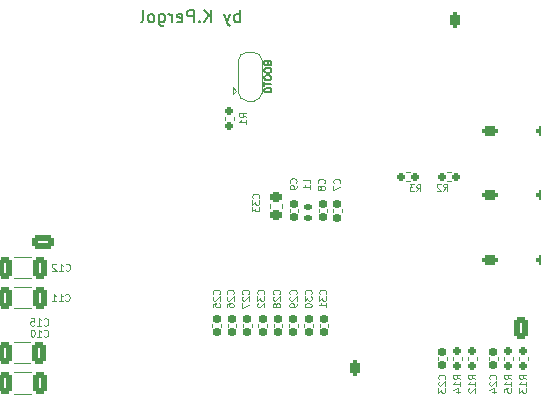
<source format=gbr>
%TF.GenerationSoftware,KiCad,Pcbnew,(6.0.8)*%
%TF.CreationDate,2024-11-24T14:12:11+01:00*%
%TF.ProjectId,WHEEL-07,57484545-4c2d-4303-972e-6b696361645f,rev?*%
%TF.SameCoordinates,Original*%
%TF.FileFunction,Legend,Bot*%
%TF.FilePolarity,Positive*%
%FSLAX46Y46*%
G04 Gerber Fmt 4.6, Leading zero omitted, Abs format (unit mm)*
G04 Created by KiCad (PCBNEW (6.0.8)) date 2024-11-24 14:12:11*
%MOMM*%
%LPD*%
G01*
G04 APERTURE LIST*
G04 Aperture macros list*
%AMRoundRect*
0 Rectangle with rounded corners*
0 $1 Rounding radius*
0 $2 $3 $4 $5 $6 $7 $8 $9 X,Y pos of 4 corners*
0 Add a 4 corners polygon primitive as box body*
4,1,4,$2,$3,$4,$5,$6,$7,$8,$9,$2,$3,0*
0 Add four circle primitives for the rounded corners*
1,1,$1+$1,$2,$3*
1,1,$1+$1,$4,$5*
1,1,$1+$1,$6,$7*
1,1,$1+$1,$8,$9*
0 Add four rect primitives between the rounded corners*
20,1,$1+$1,$2,$3,$4,$5,0*
20,1,$1+$1,$4,$5,$6,$7,0*
20,1,$1+$1,$6,$7,$8,$9,0*
20,1,$1+$1,$8,$9,$2,$3,0*%
%AMFreePoly0*
4,1,22,0.550000,-0.750000,0.000000,-0.750000,0.000000,-0.745033,-0.079941,-0.743568,-0.215256,-0.701293,-0.333266,-0.622738,-0.424486,-0.514219,-0.481581,-0.384460,-0.499164,-0.250000,-0.500000,-0.250000,-0.500000,0.250000,-0.499164,0.250000,-0.499963,0.256109,-0.478152,0.396186,-0.417904,0.524511,-0.324060,0.630769,-0.204165,0.706417,-0.067858,0.745374,0.000000,0.744959,0.000000,0.750000,
0.550000,0.750000,0.550000,-0.750000,0.550000,-0.750000,$1*%
%AMFreePoly1*
4,1,20,0.000000,0.744959,0.073905,0.744508,0.209726,0.703889,0.328688,0.626782,0.421226,0.519385,0.479903,0.390333,0.500000,0.250000,0.500000,-0.250000,0.499851,-0.262216,0.476331,-0.402017,0.414519,-0.529596,0.319384,-0.634700,0.198574,-0.708877,0.061801,-0.746166,0.000000,-0.745033,0.000000,-0.750000,-0.550000,-0.750000,-0.550000,0.750000,0.000000,0.750000,0.000000,0.744959,
0.000000,0.744959,$1*%
G04 Aperture macros list end*
%ADD10C,0.150000*%
%ADD11C,0.100000*%
%ADD12C,0.120000*%
%ADD13RoundRect,0.250000X0.350000X0.650000X-0.350000X0.650000X-0.350000X-0.650000X0.350000X-0.650000X0*%
%ADD14O,1.200000X1.800000*%
%ADD15RoundRect,0.200000X-0.450000X0.200000X-0.450000X-0.200000X0.450000X-0.200000X0.450000X0.200000X0*%
%ADD16O,1.300000X0.800000*%
%ADD17RoundRect,0.200000X0.200000X0.450000X-0.200000X0.450000X-0.200000X-0.450000X0.200000X-0.450000X0*%
%ADD18O,0.800000X1.300000*%
%ADD19R,1.700000X1.700000*%
%ADD20O,1.700000X1.700000*%
%ADD21R,1.000000X1.000000*%
%ADD22O,1.000000X1.000000*%
%ADD23RoundRect,0.250000X0.650000X-0.350000X0.650000X0.350000X-0.650000X0.350000X-0.650000X-0.350000X0*%
%ADD24O,1.800000X1.200000*%
%ADD25RoundRect,0.225000X-0.250000X0.225000X-0.250000X-0.225000X0.250000X-0.225000X0.250000X0.225000X0*%
%ADD26RoundRect,0.155000X-0.155000X0.212500X-0.155000X-0.212500X0.155000X-0.212500X0.155000X0.212500X0*%
%ADD27RoundRect,0.155000X0.155000X-0.212500X0.155000X0.212500X-0.155000X0.212500X-0.155000X-0.212500X0*%
%ADD28RoundRect,0.250000X0.325000X0.650000X-0.325000X0.650000X-0.325000X-0.650000X0.325000X-0.650000X0*%
%ADD29RoundRect,0.160000X0.197500X0.160000X-0.197500X0.160000X-0.197500X-0.160000X0.197500X-0.160000X0*%
%ADD30RoundRect,0.160000X-0.160000X0.197500X-0.160000X-0.197500X0.160000X-0.197500X0.160000X0.197500X0*%
%ADD31RoundRect,0.160000X-0.197500X-0.160000X0.197500X-0.160000X0.197500X0.160000X-0.197500X0.160000X0*%
%ADD32RoundRect,0.160000X0.160000X-0.197500X0.160000X0.197500X-0.160000X0.197500X-0.160000X-0.197500X0*%
%ADD33FreePoly0,90.000000*%
%ADD34R,1.500000X1.000000*%
%ADD35FreePoly1,90.000000*%
%ADD36RoundRect,0.147500X-0.172500X0.147500X-0.172500X-0.147500X0.172500X-0.147500X0.172500X0.147500X0*%
G04 APERTURE END LIST*
D10*
X171569047Y-53052380D02*
X171569047Y-52052380D01*
X171569047Y-52433333D02*
X171473809Y-52385714D01*
X171283333Y-52385714D01*
X171188095Y-52433333D01*
X171140476Y-52480952D01*
X171092857Y-52576190D01*
X171092857Y-52861904D01*
X171140476Y-52957142D01*
X171188095Y-53004761D01*
X171283333Y-53052380D01*
X171473809Y-53052380D01*
X171569047Y-53004761D01*
X170759523Y-52385714D02*
X170521428Y-53052380D01*
X170283333Y-52385714D02*
X170521428Y-53052380D01*
X170616666Y-53290476D01*
X170664285Y-53338095D01*
X170759523Y-53385714D01*
X169140476Y-53052380D02*
X169140476Y-52052380D01*
X168569047Y-53052380D02*
X168997619Y-52480952D01*
X168569047Y-52052380D02*
X169140476Y-52623809D01*
X168140476Y-52957142D02*
X168092857Y-53004761D01*
X168140476Y-53052380D01*
X168188095Y-53004761D01*
X168140476Y-52957142D01*
X168140476Y-53052380D01*
X167664285Y-53052380D02*
X167664285Y-52052380D01*
X167283333Y-52052380D01*
X167188095Y-52100000D01*
X167140476Y-52147619D01*
X167092857Y-52242857D01*
X167092857Y-52385714D01*
X167140476Y-52480952D01*
X167188095Y-52528571D01*
X167283333Y-52576190D01*
X167664285Y-52576190D01*
X166283333Y-53004761D02*
X166378571Y-53052380D01*
X166569047Y-53052380D01*
X166664285Y-53004761D01*
X166711904Y-52909523D01*
X166711904Y-52528571D01*
X166664285Y-52433333D01*
X166569047Y-52385714D01*
X166378571Y-52385714D01*
X166283333Y-52433333D01*
X166235714Y-52528571D01*
X166235714Y-52623809D01*
X166711904Y-52719047D01*
X165807142Y-53052380D02*
X165807142Y-52385714D01*
X165807142Y-52576190D02*
X165759523Y-52480952D01*
X165711904Y-52433333D01*
X165616666Y-52385714D01*
X165521428Y-52385714D01*
X164759523Y-52385714D02*
X164759523Y-53195238D01*
X164807142Y-53290476D01*
X164854761Y-53338095D01*
X164950000Y-53385714D01*
X165092857Y-53385714D01*
X165188095Y-53338095D01*
X164759523Y-53004761D02*
X164854761Y-53052380D01*
X165045238Y-53052380D01*
X165140476Y-53004761D01*
X165188095Y-52957142D01*
X165235714Y-52861904D01*
X165235714Y-52576190D01*
X165188095Y-52480952D01*
X165140476Y-52433333D01*
X165045238Y-52385714D01*
X164854761Y-52385714D01*
X164759523Y-52433333D01*
X164140476Y-53052380D02*
X164235714Y-53004761D01*
X164283333Y-52957142D01*
X164330952Y-52861904D01*
X164330952Y-52576190D01*
X164283333Y-52480952D01*
X164235714Y-52433333D01*
X164140476Y-52385714D01*
X163997619Y-52385714D01*
X163902380Y-52433333D01*
X163854761Y-52480952D01*
X163807142Y-52576190D01*
X163807142Y-52861904D01*
X163854761Y-52957142D01*
X163902380Y-53004761D01*
X163997619Y-53052380D01*
X164140476Y-53052380D01*
X163235714Y-53052380D02*
X163330952Y-53004761D01*
X163378571Y-52909523D01*
X163378571Y-52052380D01*
X173947142Y-56558000D02*
X173975714Y-56643714D01*
X174004285Y-56672285D01*
X174061428Y-56700857D01*
X174147142Y-56700857D01*
X174204285Y-56672285D01*
X174232857Y-56643714D01*
X174261428Y-56586571D01*
X174261428Y-56358000D01*
X173661428Y-56358000D01*
X173661428Y-56558000D01*
X173690000Y-56615142D01*
X173718571Y-56643714D01*
X173775714Y-56672285D01*
X173832857Y-56672285D01*
X173890000Y-56643714D01*
X173918571Y-56615142D01*
X173947142Y-56558000D01*
X173947142Y-56358000D01*
X173661428Y-57072285D02*
X173661428Y-57186571D01*
X173690000Y-57243714D01*
X173747142Y-57300857D01*
X173861428Y-57329428D01*
X174061428Y-57329428D01*
X174175714Y-57300857D01*
X174232857Y-57243714D01*
X174261428Y-57186571D01*
X174261428Y-57072285D01*
X174232857Y-57015142D01*
X174175714Y-56958000D01*
X174061428Y-56929428D01*
X173861428Y-56929428D01*
X173747142Y-56958000D01*
X173690000Y-57015142D01*
X173661428Y-57072285D01*
X173661428Y-57700857D02*
X173661428Y-57815142D01*
X173690000Y-57872285D01*
X173747142Y-57929428D01*
X173861428Y-57958000D01*
X174061428Y-57958000D01*
X174175714Y-57929428D01*
X174232857Y-57872285D01*
X174261428Y-57815142D01*
X174261428Y-57700857D01*
X174232857Y-57643714D01*
X174175714Y-57586571D01*
X174061428Y-57558000D01*
X173861428Y-57558000D01*
X173747142Y-57586571D01*
X173690000Y-57643714D01*
X173661428Y-57700857D01*
X173661428Y-58129428D02*
X173661428Y-58472285D01*
X174261428Y-58300857D02*
X173661428Y-58300857D01*
X173661428Y-58786571D02*
X173661428Y-58843714D01*
X173690000Y-58900857D01*
X173718571Y-58929428D01*
X173775714Y-58958000D01*
X173890000Y-58986571D01*
X174032857Y-58986571D01*
X174147142Y-58958000D01*
X174204285Y-58929428D01*
X174232857Y-58900857D01*
X174261428Y-58843714D01*
X174261428Y-58786571D01*
X174232857Y-58729428D01*
X174204285Y-58700857D01*
X174147142Y-58672285D01*
X174032857Y-58643714D01*
X173890000Y-58643714D01*
X173775714Y-58672285D01*
X173718571Y-58700857D01*
X173690000Y-58729428D01*
X173661428Y-58786571D01*
D11*
%TO.C,C33*%
X173188285Y-67940285D02*
X173216857Y-67911714D01*
X173245428Y-67826000D01*
X173245428Y-67768857D01*
X173216857Y-67683142D01*
X173159714Y-67626000D01*
X173102571Y-67597428D01*
X172988285Y-67568857D01*
X172902571Y-67568857D01*
X172788285Y-67597428D01*
X172731142Y-67626000D01*
X172674000Y-67683142D01*
X172645428Y-67768857D01*
X172645428Y-67826000D01*
X172674000Y-67911714D01*
X172702571Y-67940285D01*
X172645428Y-68140285D02*
X172645428Y-68511714D01*
X172874000Y-68311714D01*
X172874000Y-68397428D01*
X172902571Y-68454571D01*
X172931142Y-68483142D01*
X172988285Y-68511714D01*
X173131142Y-68511714D01*
X173188285Y-68483142D01*
X173216857Y-68454571D01*
X173245428Y-68397428D01*
X173245428Y-68226000D01*
X173216857Y-68168857D01*
X173188285Y-68140285D01*
X172645428Y-68711714D02*
X172645428Y-69083142D01*
X172874000Y-68883142D01*
X172874000Y-68968857D01*
X172902571Y-69026000D01*
X172931142Y-69054571D01*
X172988285Y-69083142D01*
X173131142Y-69083142D01*
X173188285Y-69054571D01*
X173216857Y-69026000D01*
X173245428Y-68968857D01*
X173245428Y-68797428D01*
X173216857Y-68740285D01*
X173188285Y-68711714D01*
%TO.C,C23*%
X188936285Y-83269785D02*
X188964857Y-83241214D01*
X188993428Y-83155500D01*
X188993428Y-83098357D01*
X188964857Y-83012642D01*
X188907714Y-82955500D01*
X188850571Y-82926928D01*
X188736285Y-82898357D01*
X188650571Y-82898357D01*
X188536285Y-82926928D01*
X188479142Y-82955500D01*
X188422000Y-83012642D01*
X188393428Y-83098357D01*
X188393428Y-83155500D01*
X188422000Y-83241214D01*
X188450571Y-83269785D01*
X188450571Y-83498357D02*
X188422000Y-83526928D01*
X188393428Y-83584071D01*
X188393428Y-83726928D01*
X188422000Y-83784071D01*
X188450571Y-83812642D01*
X188507714Y-83841214D01*
X188564857Y-83841214D01*
X188650571Y-83812642D01*
X188993428Y-83469785D01*
X188993428Y-83841214D01*
X188393428Y-84041214D02*
X188393428Y-84412642D01*
X188622000Y-84212642D01*
X188622000Y-84298357D01*
X188650571Y-84355500D01*
X188679142Y-84384071D01*
X188736285Y-84412642D01*
X188879142Y-84412642D01*
X188936285Y-84384071D01*
X188964857Y-84355500D01*
X188993428Y-84298357D01*
X188993428Y-84126928D01*
X188964857Y-84069785D01*
X188936285Y-84041214D01*
%TO.C,C27*%
X172306541Y-76068285D02*
X172335113Y-76039714D01*
X172363684Y-75954000D01*
X172363684Y-75896857D01*
X172335113Y-75811142D01*
X172277970Y-75754000D01*
X172220827Y-75725428D01*
X172106541Y-75696857D01*
X172020827Y-75696857D01*
X171906541Y-75725428D01*
X171849398Y-75754000D01*
X171792256Y-75811142D01*
X171763684Y-75896857D01*
X171763684Y-75954000D01*
X171792256Y-76039714D01*
X171820827Y-76068285D01*
X171820827Y-76296857D02*
X171792256Y-76325428D01*
X171763684Y-76382571D01*
X171763684Y-76525428D01*
X171792256Y-76582571D01*
X171820827Y-76611142D01*
X171877970Y-76639714D01*
X171935113Y-76639714D01*
X172020827Y-76611142D01*
X172363684Y-76268285D01*
X172363684Y-76639714D01*
X171763684Y-76839714D02*
X171763684Y-77239714D01*
X172363684Y-76982571D01*
%TO.C,C12*%
X156835714Y-74044285D02*
X156864285Y-74072857D01*
X156950000Y-74101428D01*
X157007142Y-74101428D01*
X157092857Y-74072857D01*
X157150000Y-74015714D01*
X157178571Y-73958571D01*
X157207142Y-73844285D01*
X157207142Y-73758571D01*
X157178571Y-73644285D01*
X157150000Y-73587142D01*
X157092857Y-73530000D01*
X157007142Y-73501428D01*
X156950000Y-73501428D01*
X156864285Y-73530000D01*
X156835714Y-73558571D01*
X156264285Y-74101428D02*
X156607142Y-74101428D01*
X156435714Y-74101428D02*
X156435714Y-73501428D01*
X156492857Y-73587142D01*
X156550000Y-73644285D01*
X156607142Y-73672857D01*
X156035714Y-73558571D02*
X156007142Y-73530000D01*
X155950000Y-73501428D01*
X155807142Y-73501428D01*
X155750000Y-73530000D01*
X155721428Y-73558571D01*
X155692857Y-73615714D01*
X155692857Y-73672857D01*
X155721428Y-73758571D01*
X156064285Y-74101428D01*
X155692857Y-74101428D01*
%TO.C,C10*%
X155005714Y-79624285D02*
X155034285Y-79652857D01*
X155120000Y-79681428D01*
X155177142Y-79681428D01*
X155262857Y-79652857D01*
X155320000Y-79595714D01*
X155348571Y-79538571D01*
X155377142Y-79424285D01*
X155377142Y-79338571D01*
X155348571Y-79224285D01*
X155320000Y-79167142D01*
X155262857Y-79110000D01*
X155177142Y-79081428D01*
X155120000Y-79081428D01*
X155034285Y-79110000D01*
X155005714Y-79138571D01*
X154434285Y-79681428D02*
X154777142Y-79681428D01*
X154605714Y-79681428D02*
X154605714Y-79081428D01*
X154662857Y-79167142D01*
X154720000Y-79224285D01*
X154777142Y-79252857D01*
X154062857Y-79081428D02*
X154005714Y-79081428D01*
X153948571Y-79110000D01*
X153920000Y-79138571D01*
X153891428Y-79195714D01*
X153862857Y-79310000D01*
X153862857Y-79452857D01*
X153891428Y-79567142D01*
X153920000Y-79624285D01*
X153948571Y-79652857D01*
X154005714Y-79681428D01*
X154062857Y-79681428D01*
X154120000Y-79652857D01*
X154148571Y-79624285D01*
X154177142Y-79567142D01*
X154205714Y-79452857D01*
X154205714Y-79310000D01*
X154177142Y-79195714D01*
X154148571Y-79138571D01*
X154120000Y-79110000D01*
X154062857Y-79081428D01*
%TO.C,R2*%
X188822000Y-67327428D02*
X189022000Y-67041714D01*
X189164857Y-67327428D02*
X189164857Y-66727428D01*
X188936285Y-66727428D01*
X188879142Y-66756000D01*
X188850571Y-66784571D01*
X188822000Y-66841714D01*
X188822000Y-66927428D01*
X188850571Y-66984571D01*
X188879142Y-67013142D01*
X188936285Y-67041714D01*
X189164857Y-67041714D01*
X188593428Y-66784571D02*
X188564857Y-66756000D01*
X188507714Y-66727428D01*
X188364857Y-66727428D01*
X188307714Y-66756000D01*
X188279142Y-66784571D01*
X188250571Y-66841714D01*
X188250571Y-66898857D01*
X188279142Y-66984571D01*
X188622000Y-67327428D01*
X188250571Y-67327428D01*
%TO.C,C32*%
X173605569Y-76068285D02*
X173634141Y-76039714D01*
X173662712Y-75954000D01*
X173662712Y-75896857D01*
X173634141Y-75811142D01*
X173576998Y-75754000D01*
X173519855Y-75725428D01*
X173405569Y-75696857D01*
X173319855Y-75696857D01*
X173205569Y-75725428D01*
X173148426Y-75754000D01*
X173091284Y-75811142D01*
X173062712Y-75896857D01*
X173062712Y-75954000D01*
X173091284Y-76039714D01*
X173119855Y-76068285D01*
X173062712Y-76268285D02*
X173062712Y-76639714D01*
X173291284Y-76439714D01*
X173291284Y-76525428D01*
X173319855Y-76582571D01*
X173348426Y-76611142D01*
X173405569Y-76639714D01*
X173548426Y-76639714D01*
X173605569Y-76611142D01*
X173634141Y-76582571D01*
X173662712Y-76525428D01*
X173662712Y-76354000D01*
X173634141Y-76296857D01*
X173605569Y-76268285D01*
X173119855Y-76868285D02*
X173091284Y-76896857D01*
X173062712Y-76954000D01*
X173062712Y-77096857D01*
X173091284Y-77154000D01*
X173119855Y-77182571D01*
X173176998Y-77211142D01*
X173234141Y-77211142D01*
X173319855Y-77182571D01*
X173662712Y-76839714D01*
X173662712Y-77211142D01*
%TO.C,C8*%
X178725485Y-66702000D02*
X178754057Y-66673428D01*
X178782628Y-66587714D01*
X178782628Y-66530571D01*
X178754057Y-66444857D01*
X178696914Y-66387714D01*
X178639771Y-66359142D01*
X178525485Y-66330571D01*
X178439771Y-66330571D01*
X178325485Y-66359142D01*
X178268342Y-66387714D01*
X178211200Y-66444857D01*
X178182628Y-66530571D01*
X178182628Y-66587714D01*
X178211200Y-66673428D01*
X178239771Y-66702000D01*
X178439771Y-67044857D02*
X178411200Y-66987714D01*
X178382628Y-66959142D01*
X178325485Y-66930571D01*
X178296914Y-66930571D01*
X178239771Y-66959142D01*
X178211200Y-66987714D01*
X178182628Y-67044857D01*
X178182628Y-67159142D01*
X178211200Y-67216285D01*
X178239771Y-67244857D01*
X178296914Y-67273428D01*
X178325485Y-67273428D01*
X178382628Y-67244857D01*
X178411200Y-67216285D01*
X178439771Y-67159142D01*
X178439771Y-67044857D01*
X178468342Y-66987714D01*
X178496914Y-66959142D01*
X178554057Y-66930571D01*
X178668342Y-66930571D01*
X178725485Y-66959142D01*
X178754057Y-66987714D01*
X178782628Y-67044857D01*
X178782628Y-67159142D01*
X178754057Y-67216285D01*
X178725485Y-67244857D01*
X178668342Y-67273428D01*
X178554057Y-67273428D01*
X178496914Y-67244857D01*
X178468342Y-67216285D01*
X178439771Y-67159142D01*
%TO.C,R13*%
X195851428Y-83269785D02*
X195565714Y-83069785D01*
X195851428Y-82926928D02*
X195251428Y-82926928D01*
X195251428Y-83155500D01*
X195280000Y-83212642D01*
X195308571Y-83241214D01*
X195365714Y-83269785D01*
X195451428Y-83269785D01*
X195508571Y-83241214D01*
X195537142Y-83212642D01*
X195565714Y-83155500D01*
X195565714Y-82926928D01*
X195851428Y-83841214D02*
X195851428Y-83498357D01*
X195851428Y-83669785D02*
X195251428Y-83669785D01*
X195337142Y-83612642D01*
X195394285Y-83555500D01*
X195422857Y-83498357D01*
X195251428Y-84041214D02*
X195251428Y-84412642D01*
X195480000Y-84212642D01*
X195480000Y-84298357D01*
X195508571Y-84355500D01*
X195537142Y-84384071D01*
X195594285Y-84412642D01*
X195737142Y-84412642D01*
X195794285Y-84384071D01*
X195822857Y-84355500D01*
X195851428Y-84298357D01*
X195851428Y-84126928D01*
X195822857Y-84069785D01*
X195794285Y-84041214D01*
%TO.C,C30*%
X177604253Y-76068285D02*
X177632825Y-76039714D01*
X177661396Y-75954000D01*
X177661396Y-75896857D01*
X177632825Y-75811142D01*
X177575682Y-75754000D01*
X177518539Y-75725428D01*
X177404253Y-75696857D01*
X177318539Y-75696857D01*
X177204253Y-75725428D01*
X177147110Y-75754000D01*
X177089968Y-75811142D01*
X177061396Y-75896857D01*
X177061396Y-75954000D01*
X177089968Y-76039714D01*
X177118539Y-76068285D01*
X177061396Y-76268285D02*
X177061396Y-76639714D01*
X177289968Y-76439714D01*
X177289968Y-76525428D01*
X177318539Y-76582571D01*
X177347110Y-76611142D01*
X177404253Y-76639714D01*
X177547110Y-76639714D01*
X177604253Y-76611142D01*
X177632825Y-76582571D01*
X177661396Y-76525428D01*
X177661396Y-76354000D01*
X177632825Y-76296857D01*
X177604253Y-76268285D01*
X177061396Y-77011142D02*
X177061396Y-77068285D01*
X177089968Y-77125428D01*
X177118539Y-77154000D01*
X177175682Y-77182571D01*
X177289968Y-77211142D01*
X177432825Y-77211142D01*
X177547110Y-77182571D01*
X177604253Y-77154000D01*
X177632825Y-77125428D01*
X177661396Y-77068285D01*
X177661396Y-77011142D01*
X177632825Y-76954000D01*
X177604253Y-76925428D01*
X177547110Y-76896857D01*
X177432825Y-76868285D01*
X177289968Y-76868285D01*
X177175682Y-76896857D01*
X177118539Y-76925428D01*
X177089968Y-76954000D01*
X177061396Y-77011142D01*
%TO.C,C15*%
X154995714Y-78684285D02*
X155024285Y-78712857D01*
X155110000Y-78741428D01*
X155167142Y-78741428D01*
X155252857Y-78712857D01*
X155310000Y-78655714D01*
X155338571Y-78598571D01*
X155367142Y-78484285D01*
X155367142Y-78398571D01*
X155338571Y-78284285D01*
X155310000Y-78227142D01*
X155252857Y-78170000D01*
X155167142Y-78141428D01*
X155110000Y-78141428D01*
X155024285Y-78170000D01*
X154995714Y-78198571D01*
X154424285Y-78741428D02*
X154767142Y-78741428D01*
X154595714Y-78741428D02*
X154595714Y-78141428D01*
X154652857Y-78227142D01*
X154710000Y-78284285D01*
X154767142Y-78312857D01*
X153881428Y-78141428D02*
X154167142Y-78141428D01*
X154195714Y-78427142D01*
X154167142Y-78398571D01*
X154110000Y-78370000D01*
X153967142Y-78370000D01*
X153910000Y-78398571D01*
X153881428Y-78427142D01*
X153852857Y-78484285D01*
X153852857Y-78627142D01*
X153881428Y-78684285D01*
X153910000Y-78712857D01*
X153967142Y-78741428D01*
X154110000Y-78741428D01*
X154167142Y-78712857D01*
X154195714Y-78684285D01*
%TO.C,R15*%
X194581428Y-83269785D02*
X194295714Y-83069785D01*
X194581428Y-82926928D02*
X193981428Y-82926928D01*
X193981428Y-83155500D01*
X194010000Y-83212642D01*
X194038571Y-83241214D01*
X194095714Y-83269785D01*
X194181428Y-83269785D01*
X194238571Y-83241214D01*
X194267142Y-83212642D01*
X194295714Y-83155500D01*
X194295714Y-82926928D01*
X194581428Y-83841214D02*
X194581428Y-83498357D01*
X194581428Y-83669785D02*
X193981428Y-83669785D01*
X194067142Y-83612642D01*
X194124285Y-83555500D01*
X194152857Y-83498357D01*
X193981428Y-84384071D02*
X193981428Y-84098357D01*
X194267142Y-84069785D01*
X194238571Y-84098357D01*
X194210000Y-84155500D01*
X194210000Y-84298357D01*
X194238571Y-84355500D01*
X194267142Y-84384071D01*
X194324285Y-84412642D01*
X194467142Y-84412642D01*
X194524285Y-84384071D01*
X194552857Y-84355500D01*
X194581428Y-84298357D01*
X194581428Y-84155500D01*
X194552857Y-84098357D01*
X194524285Y-84069785D01*
%TO.C,R3*%
X186536000Y-67378228D02*
X186736000Y-67092514D01*
X186878857Y-67378228D02*
X186878857Y-66778228D01*
X186650285Y-66778228D01*
X186593142Y-66806800D01*
X186564571Y-66835371D01*
X186536000Y-66892514D01*
X186536000Y-66978228D01*
X186564571Y-67035371D01*
X186593142Y-67063942D01*
X186650285Y-67092514D01*
X186878857Y-67092514D01*
X186336000Y-66778228D02*
X185964571Y-66778228D01*
X186164571Y-67006800D01*
X186078857Y-67006800D01*
X186021714Y-67035371D01*
X185993142Y-67063942D01*
X185964571Y-67121085D01*
X185964571Y-67263942D01*
X185993142Y-67321085D01*
X186021714Y-67349657D01*
X186078857Y-67378228D01*
X186250285Y-67378228D01*
X186307428Y-67349657D01*
X186336000Y-67321085D01*
%TO.C,C26*%
X171007513Y-76068285D02*
X171036085Y-76039714D01*
X171064656Y-75954000D01*
X171064656Y-75896857D01*
X171036085Y-75811142D01*
X170978942Y-75754000D01*
X170921799Y-75725428D01*
X170807513Y-75696857D01*
X170721799Y-75696857D01*
X170607513Y-75725428D01*
X170550370Y-75754000D01*
X170493228Y-75811142D01*
X170464656Y-75896857D01*
X170464656Y-75954000D01*
X170493228Y-76039714D01*
X170521799Y-76068285D01*
X170521799Y-76296857D02*
X170493228Y-76325428D01*
X170464656Y-76382571D01*
X170464656Y-76525428D01*
X170493228Y-76582571D01*
X170521799Y-76611142D01*
X170578942Y-76639714D01*
X170636085Y-76639714D01*
X170721799Y-76611142D01*
X171064656Y-76268285D01*
X171064656Y-76639714D01*
X170464656Y-77154000D02*
X170464656Y-77039714D01*
X170493228Y-76982571D01*
X170521799Y-76954000D01*
X170607513Y-76896857D01*
X170721799Y-76868285D01*
X170950370Y-76868285D01*
X171007513Y-76896857D01*
X171036085Y-76925428D01*
X171064656Y-76982571D01*
X171064656Y-77096857D01*
X171036085Y-77154000D01*
X171007513Y-77182571D01*
X170950370Y-77211142D01*
X170807513Y-77211142D01*
X170750370Y-77182571D01*
X170721799Y-77154000D01*
X170693228Y-77096857D01*
X170693228Y-76982571D01*
X170721799Y-76925428D01*
X170750370Y-76896857D01*
X170807513Y-76868285D01*
%TO.C,C9*%
X176337885Y-66651200D02*
X176366457Y-66622628D01*
X176395028Y-66536914D01*
X176395028Y-66479771D01*
X176366457Y-66394057D01*
X176309314Y-66336914D01*
X176252171Y-66308342D01*
X176137885Y-66279771D01*
X176052171Y-66279771D01*
X175937885Y-66308342D01*
X175880742Y-66336914D01*
X175823600Y-66394057D01*
X175795028Y-66479771D01*
X175795028Y-66536914D01*
X175823600Y-66622628D01*
X175852171Y-66651200D01*
X176395028Y-66936914D02*
X176395028Y-67051200D01*
X176366457Y-67108342D01*
X176337885Y-67136914D01*
X176252171Y-67194057D01*
X176137885Y-67222628D01*
X175909314Y-67222628D01*
X175852171Y-67194057D01*
X175823600Y-67165485D01*
X175795028Y-67108342D01*
X175795028Y-66994057D01*
X175823600Y-66936914D01*
X175852171Y-66908342D01*
X175909314Y-66879771D01*
X176052171Y-66879771D01*
X176109314Y-66908342D01*
X176137885Y-66936914D01*
X176166457Y-66994057D01*
X176166457Y-67108342D01*
X176137885Y-67165485D01*
X176109314Y-67194057D01*
X176052171Y-67222628D01*
%TO.C,C28*%
X174929997Y-76068285D02*
X174958569Y-76039714D01*
X174987140Y-75954000D01*
X174987140Y-75896857D01*
X174958569Y-75811142D01*
X174901426Y-75754000D01*
X174844283Y-75725428D01*
X174729997Y-75696857D01*
X174644283Y-75696857D01*
X174529997Y-75725428D01*
X174472854Y-75754000D01*
X174415712Y-75811142D01*
X174387140Y-75896857D01*
X174387140Y-75954000D01*
X174415712Y-76039714D01*
X174444283Y-76068285D01*
X174444283Y-76296857D02*
X174415712Y-76325428D01*
X174387140Y-76382571D01*
X174387140Y-76525428D01*
X174415712Y-76582571D01*
X174444283Y-76611142D01*
X174501426Y-76639714D01*
X174558569Y-76639714D01*
X174644283Y-76611142D01*
X174987140Y-76268285D01*
X174987140Y-76639714D01*
X174644283Y-76982571D02*
X174615712Y-76925428D01*
X174587140Y-76896857D01*
X174529997Y-76868285D01*
X174501426Y-76868285D01*
X174444283Y-76896857D01*
X174415712Y-76925428D01*
X174387140Y-76982571D01*
X174387140Y-77096857D01*
X174415712Y-77154000D01*
X174444283Y-77182571D01*
X174501426Y-77211142D01*
X174529997Y-77211142D01*
X174587140Y-77182571D01*
X174615712Y-77154000D01*
X174644283Y-77096857D01*
X174644283Y-76982571D01*
X174672854Y-76925428D01*
X174701426Y-76896857D01*
X174758569Y-76868285D01*
X174872854Y-76868285D01*
X174929997Y-76896857D01*
X174958569Y-76925428D01*
X174987140Y-76982571D01*
X174987140Y-77096857D01*
X174958569Y-77154000D01*
X174929997Y-77182571D01*
X174872854Y-77211142D01*
X174758569Y-77211142D01*
X174701426Y-77182571D01*
X174672854Y-77154000D01*
X174644283Y-77096857D01*
%TO.C,C31*%
X178852485Y-76068285D02*
X178881057Y-76039714D01*
X178909628Y-75954000D01*
X178909628Y-75896857D01*
X178881057Y-75811142D01*
X178823914Y-75754000D01*
X178766771Y-75725428D01*
X178652485Y-75696857D01*
X178566771Y-75696857D01*
X178452485Y-75725428D01*
X178395342Y-75754000D01*
X178338200Y-75811142D01*
X178309628Y-75896857D01*
X178309628Y-75954000D01*
X178338200Y-76039714D01*
X178366771Y-76068285D01*
X178309628Y-76268285D02*
X178309628Y-76639714D01*
X178538200Y-76439714D01*
X178538200Y-76525428D01*
X178566771Y-76582571D01*
X178595342Y-76611142D01*
X178652485Y-76639714D01*
X178795342Y-76639714D01*
X178852485Y-76611142D01*
X178881057Y-76582571D01*
X178909628Y-76525428D01*
X178909628Y-76354000D01*
X178881057Y-76296857D01*
X178852485Y-76268285D01*
X178909628Y-77211142D02*
X178909628Y-76868285D01*
X178909628Y-77039714D02*
X178309628Y-77039714D01*
X178395342Y-76982571D01*
X178452485Y-76925428D01*
X178481057Y-76868285D01*
%TO.C,C7*%
X180046285Y-66702000D02*
X180074857Y-66673428D01*
X180103428Y-66587714D01*
X180103428Y-66530571D01*
X180074857Y-66444857D01*
X180017714Y-66387714D01*
X179960571Y-66359142D01*
X179846285Y-66330571D01*
X179760571Y-66330571D01*
X179646285Y-66359142D01*
X179589142Y-66387714D01*
X179532000Y-66444857D01*
X179503428Y-66530571D01*
X179503428Y-66587714D01*
X179532000Y-66673428D01*
X179560571Y-66702000D01*
X179503428Y-66902000D02*
X179503428Y-67302000D01*
X180103428Y-67044857D01*
%TO.C,R12*%
X191533428Y-83269785D02*
X191247714Y-83069785D01*
X191533428Y-82926928D02*
X190933428Y-82926928D01*
X190933428Y-83155500D01*
X190962000Y-83212642D01*
X190990571Y-83241214D01*
X191047714Y-83269785D01*
X191133428Y-83269785D01*
X191190571Y-83241214D01*
X191219142Y-83212642D01*
X191247714Y-83155500D01*
X191247714Y-82926928D01*
X191533428Y-83841214D02*
X191533428Y-83498357D01*
X191533428Y-83669785D02*
X190933428Y-83669785D01*
X191019142Y-83612642D01*
X191076285Y-83555500D01*
X191104857Y-83498357D01*
X190990571Y-84069785D02*
X190962000Y-84098357D01*
X190933428Y-84155500D01*
X190933428Y-84298357D01*
X190962000Y-84355500D01*
X190990571Y-84384071D01*
X191047714Y-84412642D01*
X191104857Y-84412642D01*
X191190571Y-84384071D01*
X191533428Y-84041214D01*
X191533428Y-84412642D01*
%TO.C,R1*%
X172129428Y-61114000D02*
X171843714Y-60914000D01*
X172129428Y-60771142D02*
X171529428Y-60771142D01*
X171529428Y-60999714D01*
X171558000Y-61056857D01*
X171586571Y-61085428D01*
X171643714Y-61114000D01*
X171729428Y-61114000D01*
X171786571Y-61085428D01*
X171815142Y-61056857D01*
X171843714Y-60999714D01*
X171843714Y-60771142D01*
X172129428Y-61685428D02*
X172129428Y-61342571D01*
X172129428Y-61514000D02*
X171529428Y-61514000D01*
X171615142Y-61456857D01*
X171672285Y-61399714D01*
X171700857Y-61342571D01*
%TO.C,C11*%
X156805714Y-76614285D02*
X156834285Y-76642857D01*
X156920000Y-76671428D01*
X156977142Y-76671428D01*
X157062857Y-76642857D01*
X157120000Y-76585714D01*
X157148571Y-76528571D01*
X157177142Y-76414285D01*
X157177142Y-76328571D01*
X157148571Y-76214285D01*
X157120000Y-76157142D01*
X157062857Y-76100000D01*
X156977142Y-76071428D01*
X156920000Y-76071428D01*
X156834285Y-76100000D01*
X156805714Y-76128571D01*
X156234285Y-76671428D02*
X156577142Y-76671428D01*
X156405714Y-76671428D02*
X156405714Y-76071428D01*
X156462857Y-76157142D01*
X156520000Y-76214285D01*
X156577142Y-76242857D01*
X155662857Y-76671428D02*
X156005714Y-76671428D01*
X155834285Y-76671428D02*
X155834285Y-76071428D01*
X155891428Y-76157142D01*
X155948571Y-76214285D01*
X156005714Y-76242857D01*
%TO.C,C24*%
X193254285Y-83269785D02*
X193282857Y-83241214D01*
X193311428Y-83155500D01*
X193311428Y-83098357D01*
X193282857Y-83012642D01*
X193225714Y-82955500D01*
X193168571Y-82926928D01*
X193054285Y-82898357D01*
X192968571Y-82898357D01*
X192854285Y-82926928D01*
X192797142Y-82955500D01*
X192740000Y-83012642D01*
X192711428Y-83098357D01*
X192711428Y-83155500D01*
X192740000Y-83241214D01*
X192768571Y-83269785D01*
X192768571Y-83498357D02*
X192740000Y-83526928D01*
X192711428Y-83584071D01*
X192711428Y-83726928D01*
X192740000Y-83784071D01*
X192768571Y-83812642D01*
X192825714Y-83841214D01*
X192882857Y-83841214D01*
X192968571Y-83812642D01*
X193311428Y-83469785D01*
X193311428Y-83841214D01*
X192911428Y-84355500D02*
X193311428Y-84355500D01*
X192682857Y-84212642D02*
X193111428Y-84069785D01*
X193111428Y-84441214D01*
%TO.C,C29*%
X176330625Y-76068285D02*
X176359197Y-76039714D01*
X176387768Y-75954000D01*
X176387768Y-75896857D01*
X176359197Y-75811142D01*
X176302054Y-75754000D01*
X176244911Y-75725428D01*
X176130625Y-75696857D01*
X176044911Y-75696857D01*
X175930625Y-75725428D01*
X175873482Y-75754000D01*
X175816340Y-75811142D01*
X175787768Y-75896857D01*
X175787768Y-75954000D01*
X175816340Y-76039714D01*
X175844911Y-76068285D01*
X175844911Y-76296857D02*
X175816340Y-76325428D01*
X175787768Y-76382571D01*
X175787768Y-76525428D01*
X175816340Y-76582571D01*
X175844911Y-76611142D01*
X175902054Y-76639714D01*
X175959197Y-76639714D01*
X176044911Y-76611142D01*
X176387768Y-76268285D01*
X176387768Y-76639714D01*
X176387768Y-76925428D02*
X176387768Y-77039714D01*
X176359197Y-77096857D01*
X176330625Y-77125428D01*
X176244911Y-77182571D01*
X176130625Y-77211142D01*
X175902054Y-77211142D01*
X175844911Y-77182571D01*
X175816340Y-77154000D01*
X175787768Y-77096857D01*
X175787768Y-76982571D01*
X175816340Y-76925428D01*
X175844911Y-76896857D01*
X175902054Y-76868285D01*
X176044911Y-76868285D01*
X176102054Y-76896857D01*
X176130625Y-76925428D01*
X176159197Y-76982571D01*
X176159197Y-77096857D01*
X176130625Y-77154000D01*
X176102054Y-77182571D01*
X176044911Y-77211142D01*
%TO.C,C25*%
X169835485Y-76068285D02*
X169864057Y-76039714D01*
X169892628Y-75954000D01*
X169892628Y-75896857D01*
X169864057Y-75811142D01*
X169806914Y-75754000D01*
X169749771Y-75725428D01*
X169635485Y-75696857D01*
X169549771Y-75696857D01*
X169435485Y-75725428D01*
X169378342Y-75754000D01*
X169321200Y-75811142D01*
X169292628Y-75896857D01*
X169292628Y-75954000D01*
X169321200Y-76039714D01*
X169349771Y-76068285D01*
X169349771Y-76296857D02*
X169321200Y-76325428D01*
X169292628Y-76382571D01*
X169292628Y-76525428D01*
X169321200Y-76582571D01*
X169349771Y-76611142D01*
X169406914Y-76639714D01*
X169464057Y-76639714D01*
X169549771Y-76611142D01*
X169892628Y-76268285D01*
X169892628Y-76639714D01*
X169292628Y-77182571D02*
X169292628Y-76896857D01*
X169578342Y-76868285D01*
X169549771Y-76896857D01*
X169521200Y-76954000D01*
X169521200Y-77096857D01*
X169549771Y-77154000D01*
X169578342Y-77182571D01*
X169635485Y-77211142D01*
X169778342Y-77211142D01*
X169835485Y-77182571D01*
X169864057Y-77154000D01*
X169892628Y-77096857D01*
X169892628Y-76954000D01*
X169864057Y-76896857D01*
X169835485Y-76868285D01*
%TO.C,L1*%
X177563428Y-66702000D02*
X177563428Y-66416285D01*
X176963428Y-66416285D01*
X177563428Y-67216285D02*
X177563428Y-66873428D01*
X177563428Y-67044857D02*
X176963428Y-67044857D01*
X177049142Y-66987714D01*
X177106285Y-66930571D01*
X177134857Y-66873428D01*
%TO.C,R14*%
X190263428Y-83269785D02*
X189977714Y-83069785D01*
X190263428Y-82926928D02*
X189663428Y-82926928D01*
X189663428Y-83155500D01*
X189692000Y-83212642D01*
X189720571Y-83241214D01*
X189777714Y-83269785D01*
X189863428Y-83269785D01*
X189920571Y-83241214D01*
X189949142Y-83212642D01*
X189977714Y-83155500D01*
X189977714Y-82926928D01*
X190263428Y-83841214D02*
X190263428Y-83498357D01*
X190263428Y-83669785D02*
X189663428Y-83669785D01*
X189749142Y-83612642D01*
X189806285Y-83555500D01*
X189834857Y-83498357D01*
X189863428Y-84355500D02*
X190263428Y-84355500D01*
X189634857Y-84212642D02*
X190063428Y-84069785D01*
X190063428Y-84441214D01*
D12*
%TO.C,C33*%
X174140400Y-68477220D02*
X174140400Y-68758380D01*
X175160400Y-68477220D02*
X175160400Y-68758380D01*
%TO.C,C23*%
X188362000Y-81418165D02*
X188362000Y-81649835D01*
X189082000Y-81418165D02*
X189082000Y-81649835D01*
%TO.C,C27*%
X172579256Y-78855835D02*
X172579256Y-78624165D01*
X171859256Y-78855835D02*
X171859256Y-78624165D01*
%TO.C,C12*%
X153871252Y-72920000D02*
X152448748Y-72920000D01*
X153871252Y-74740000D02*
X152448748Y-74740000D01*
%TO.C,C10*%
X153871252Y-82690000D02*
X152448748Y-82690000D01*
X153871252Y-84510000D02*
X152448748Y-84510000D01*
%TO.C,R2*%
X189448421Y-65761600D02*
X189113179Y-65761600D01*
X189448421Y-66521600D02*
X189113179Y-66521600D01*
%TO.C,C32*%
X173878284Y-78855835D02*
X173878284Y-78624165D01*
X173158284Y-78855835D02*
X173158284Y-78624165D01*
%TO.C,C8*%
X178252800Y-69135635D02*
X178252800Y-68903965D01*
X178972800Y-69135635D02*
X178972800Y-68903965D01*
%TO.C,R13*%
X195200000Y-81366379D02*
X195200000Y-81701621D01*
X195960000Y-81366379D02*
X195960000Y-81701621D01*
%TO.C,C30*%
X177775368Y-78855835D02*
X177775368Y-78624165D01*
X177055368Y-78855835D02*
X177055368Y-78624165D01*
%TO.C,C15*%
X153851252Y-80120000D02*
X152428748Y-80120000D01*
X153851252Y-81940000D02*
X152428748Y-81940000D01*
%TO.C,R15*%
X193930000Y-81366379D02*
X193930000Y-81701621D01*
X194690000Y-81366379D02*
X194690000Y-81701621D01*
%TO.C,R3*%
X185658779Y-66521600D02*
X185994021Y-66521600D01*
X185658779Y-65761600D02*
X185994021Y-65761600D01*
%TO.C,C26*%
X170560228Y-78855835D02*
X170560228Y-78624165D01*
X171280228Y-78855835D02*
X171280228Y-78624165D01*
%TO.C,C9*%
X176534400Y-69135635D02*
X176534400Y-68903965D01*
X175814400Y-69135635D02*
X175814400Y-68903965D01*
%TO.C,C28*%
X174457312Y-78855835D02*
X174457312Y-78624165D01*
X175177312Y-78855835D02*
X175177312Y-78624165D01*
%TO.C,C31*%
X179074400Y-78855835D02*
X179074400Y-78624165D01*
X178354400Y-78855835D02*
X178354400Y-78624165D01*
%TO.C,C7*%
X179472000Y-68912665D02*
X179472000Y-69144335D01*
X180192000Y-68912665D02*
X180192000Y-69144335D01*
%TO.C,R12*%
X190882000Y-81366379D02*
X190882000Y-81701621D01*
X191642000Y-81366379D02*
X191642000Y-81701621D01*
%TO.C,R1*%
X170308000Y-61381621D02*
X170308000Y-61046379D01*
X171068000Y-61381621D02*
X171068000Y-61046379D01*
%TO.C,C11*%
X153871252Y-75470000D02*
X152448748Y-75470000D01*
X153871252Y-77290000D02*
X152448748Y-77290000D01*
%TO.C,C24*%
X193400000Y-81418165D02*
X193400000Y-81649835D01*
X192680000Y-81418165D02*
X192680000Y-81649835D01*
%TO.C,C29*%
X175756340Y-78855835D02*
X175756340Y-78624165D01*
X176476340Y-78855835D02*
X176476340Y-78624165D01*
%TO.C,JP1*%
X171266000Y-58858000D02*
X170966000Y-59158000D01*
X171466000Y-56258000D02*
X171466000Y-59058000D01*
X170966000Y-59158000D02*
X170966000Y-58558000D01*
X172166000Y-59708000D02*
X172766000Y-59708000D01*
X172766000Y-55608000D02*
X172166000Y-55608000D01*
X173466000Y-59058000D02*
X173466000Y-56258000D01*
X171266000Y-58858000D02*
X170966000Y-58558000D01*
X172766000Y-59708000D02*
G75*
G03*
X173466000Y-59008000I1J699999D01*
G01*
X172166000Y-55608000D02*
G75*
G03*
X171466000Y-56308000I0J-700000D01*
G01*
X171466000Y-59008000D02*
G75*
G03*
X172166000Y-59708000I699999J-1D01*
G01*
X173466000Y-56308000D02*
G75*
G03*
X172766000Y-55608000I-700000J0D01*
G01*
%TO.C,C25*%
X169981200Y-78855835D02*
X169981200Y-78624165D01*
X169261200Y-78855835D02*
X169261200Y-78624165D01*
%TO.C,R14*%
X189612000Y-81366379D02*
X189612000Y-81701621D01*
X190372000Y-81366379D02*
X190372000Y-81701621D01*
%TD*%
%LPC*%
D13*
%TO.C,J5*%
X195405000Y-78930000D03*
D14*
X193405000Y-78930000D03*
X191405000Y-78930000D03*
X189405000Y-78930000D03*
%TD*%
D15*
%TO.C,J7*%
X197358000Y-73152000D03*
D16*
X197358000Y-74402000D03*
%TD*%
D17*
%TO.C,J17*%
X189815000Y-52890000D03*
D18*
X188565000Y-52890000D03*
X187315000Y-52890000D03*
X186065000Y-52890000D03*
X184815000Y-52890000D03*
X183565000Y-52890000D03*
%TD*%
D19*
%TO.C,J16*%
X196088000Y-53898800D03*
D20*
X196088000Y-56438800D03*
%TD*%
D15*
%TO.C,J14*%
X197358000Y-62240000D03*
D16*
X197358000Y-63490000D03*
%TD*%
D15*
%TO.C,J10*%
X192786000Y-67701000D03*
D16*
X192786000Y-68951000D03*
%TD*%
D17*
%TO.C,J12*%
X181357600Y-82346800D03*
D18*
X180107600Y-82346800D03*
X178857600Y-82346800D03*
X177607600Y-82346800D03*
X176357600Y-82346800D03*
X175107600Y-82346800D03*
X173857600Y-82346800D03*
X172607600Y-82346800D03*
X171357600Y-82346800D03*
X170107600Y-82346800D03*
%TD*%
D21*
%TO.C,J11*%
X175524000Y-54605000D03*
D22*
X176794000Y-54605000D03*
X175524000Y-55875000D03*
X176794000Y-55875000D03*
X175524000Y-57145000D03*
X176794000Y-57145000D03*
%TD*%
D15*
%TO.C,J8*%
X192786000Y-73152000D03*
D16*
X192786000Y-74402000D03*
%TD*%
D15*
%TO.C,J9*%
X197358000Y-67696000D03*
D16*
X197358000Y-68946000D03*
%TD*%
D15*
%TO.C,J15*%
X192786000Y-62230000D03*
D16*
X192786000Y-63480000D03*
%TD*%
D21*
%TO.C,J2*%
X188722000Y-64389000D03*
D22*
X188722000Y-63119000D03*
X188722000Y-61849000D03*
X188722000Y-60579000D03*
X188722000Y-59309000D03*
X188722000Y-58039000D03*
%TD*%
D23*
%TO.C,J1*%
X154953200Y-71675000D03*
D24*
X154953200Y-69675000D03*
X154953200Y-67675000D03*
X154953200Y-65675000D03*
X154953200Y-63675000D03*
X154953200Y-61675000D03*
%TD*%
D25*
%TO.C,C33*%
X174650400Y-67842800D03*
X174650400Y-69392800D03*
%TD*%
D26*
%TO.C,C23*%
X188722000Y-80966500D03*
X188722000Y-82101500D03*
%TD*%
D27*
%TO.C,C27*%
X172219256Y-79307500D03*
X172219256Y-78172500D03*
%TD*%
D28*
%TO.C,C12*%
X154635000Y-73830000D03*
X151685000Y-73830000D03*
%TD*%
%TO.C,C10*%
X154635000Y-83600000D03*
X151685000Y-83600000D03*
%TD*%
D29*
%TO.C,R2*%
X189878300Y-66141600D03*
X188683300Y-66141600D03*
%TD*%
D27*
%TO.C,C32*%
X173518284Y-79307500D03*
X173518284Y-78172500D03*
%TD*%
%TO.C,C8*%
X178612800Y-69587300D03*
X178612800Y-68452300D03*
%TD*%
D30*
%TO.C,R13*%
X195580000Y-80936500D03*
X195580000Y-82131500D03*
%TD*%
D27*
%TO.C,C30*%
X177415368Y-79307500D03*
X177415368Y-78172500D03*
%TD*%
D28*
%TO.C,C15*%
X154615000Y-81030000D03*
X151665000Y-81030000D03*
%TD*%
D30*
%TO.C,R15*%
X194310000Y-80936500D03*
X194310000Y-82131500D03*
%TD*%
D31*
%TO.C,R3*%
X185228900Y-66141600D03*
X186423900Y-66141600D03*
%TD*%
D27*
%TO.C,C26*%
X170920228Y-79307500D03*
X170920228Y-78172500D03*
%TD*%
%TO.C,C9*%
X176174400Y-69587300D03*
X176174400Y-68452300D03*
%TD*%
%TO.C,C28*%
X174817312Y-79307500D03*
X174817312Y-78172500D03*
%TD*%
%TO.C,C31*%
X178714400Y-79307500D03*
X178714400Y-78172500D03*
%TD*%
D26*
%TO.C,C7*%
X179832000Y-68461000D03*
X179832000Y-69596000D03*
%TD*%
D30*
%TO.C,R12*%
X191262000Y-80936500D03*
X191262000Y-82131500D03*
%TD*%
D32*
%TO.C,R1*%
X170688000Y-61811500D03*
X170688000Y-60616500D03*
%TD*%
D28*
%TO.C,C11*%
X154635000Y-76380000D03*
X151685000Y-76380000D03*
%TD*%
D26*
%TO.C,C24*%
X193040000Y-80966500D03*
X193040000Y-82101500D03*
%TD*%
D27*
%TO.C,C29*%
X176116340Y-79307500D03*
X176116340Y-78172500D03*
%TD*%
D33*
%TO.C,JP1*%
X172466000Y-58958000D03*
D34*
X172466000Y-57658000D03*
D35*
X172466000Y-56358000D03*
%TD*%
D27*
%TO.C,C25*%
X169621200Y-79307500D03*
X169621200Y-78172500D03*
%TD*%
D36*
%TO.C,L1*%
X177393600Y-68704600D03*
X177393600Y-69674600D03*
%TD*%
D30*
%TO.C,R14*%
X189992000Y-80936500D03*
X189992000Y-82131500D03*
%TD*%
M02*

</source>
